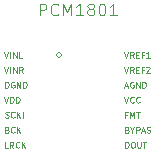
<source format=gbr>
%TF.GenerationSoftware,KiCad,Pcbnew,7.0.6*%
%TF.CreationDate,2023-09-01T18:36:08-07:00*%
%TF.ProjectId,Guitar_waveform_proj,47756974-6172-45f7-9761-7665666f726d,rev?*%
%TF.SameCoordinates,Original*%
%TF.FileFunction,Legend,Top*%
%TF.FilePolarity,Positive*%
%FSLAX46Y46*%
G04 Gerber Fmt 4.6, Leading zero omitted, Abs format (unit mm)*
G04 Created by KiCad (PCBNEW 7.0.6) date 2023-09-01 18:36:08*
%MOMM*%
%LPD*%
G01*
G04 APERTURE LIST*
%ADD10C,0.125000*%
%ADD11C,0.100000*%
G04 APERTURE END LIST*
D10*
X153871283Y-92934809D02*
X153871283Y-92434809D01*
X153871283Y-92434809D02*
X153990331Y-92434809D01*
X153990331Y-92434809D02*
X154061759Y-92458619D01*
X154061759Y-92458619D02*
X154109378Y-92506238D01*
X154109378Y-92506238D02*
X154133188Y-92553857D01*
X154133188Y-92553857D02*
X154156997Y-92649095D01*
X154156997Y-92649095D02*
X154156997Y-92720523D01*
X154156997Y-92720523D02*
X154133188Y-92815761D01*
X154133188Y-92815761D02*
X154109378Y-92863380D01*
X154109378Y-92863380D02*
X154061759Y-92911000D01*
X154061759Y-92911000D02*
X153990331Y-92934809D01*
X153990331Y-92934809D02*
X153871283Y-92934809D01*
X154466521Y-92434809D02*
X154561759Y-92434809D01*
X154561759Y-92434809D02*
X154609378Y-92458619D01*
X154609378Y-92458619D02*
X154656997Y-92506238D01*
X154656997Y-92506238D02*
X154680807Y-92601476D01*
X154680807Y-92601476D02*
X154680807Y-92768142D01*
X154680807Y-92768142D02*
X154656997Y-92863380D01*
X154656997Y-92863380D02*
X154609378Y-92911000D01*
X154609378Y-92911000D02*
X154561759Y-92934809D01*
X154561759Y-92934809D02*
X154466521Y-92934809D01*
X154466521Y-92934809D02*
X154418902Y-92911000D01*
X154418902Y-92911000D02*
X154371283Y-92863380D01*
X154371283Y-92863380D02*
X154347474Y-92768142D01*
X154347474Y-92768142D02*
X154347474Y-92601476D01*
X154347474Y-92601476D02*
X154371283Y-92506238D01*
X154371283Y-92506238D02*
X154418902Y-92458619D01*
X154418902Y-92458619D02*
X154466521Y-92434809D01*
X154895093Y-92434809D02*
X154895093Y-92839571D01*
X154895093Y-92839571D02*
X154918903Y-92887190D01*
X154918903Y-92887190D02*
X154942712Y-92911000D01*
X154942712Y-92911000D02*
X154990331Y-92934809D01*
X154990331Y-92934809D02*
X155085569Y-92934809D01*
X155085569Y-92934809D02*
X155133188Y-92911000D01*
X155133188Y-92911000D02*
X155156998Y-92887190D01*
X155156998Y-92887190D02*
X155180807Y-92839571D01*
X155180807Y-92839571D02*
X155180807Y-92434809D01*
X155347475Y-92434809D02*
X155633189Y-92434809D01*
X155490332Y-92934809D02*
X155490332Y-92434809D01*
X154037950Y-91402904D02*
X154109378Y-91426714D01*
X154109378Y-91426714D02*
X154133188Y-91450523D01*
X154133188Y-91450523D02*
X154156997Y-91498142D01*
X154156997Y-91498142D02*
X154156997Y-91569571D01*
X154156997Y-91569571D02*
X154133188Y-91617190D01*
X154133188Y-91617190D02*
X154109378Y-91641000D01*
X154109378Y-91641000D02*
X154061759Y-91664809D01*
X154061759Y-91664809D02*
X153871283Y-91664809D01*
X153871283Y-91664809D02*
X153871283Y-91164809D01*
X153871283Y-91164809D02*
X154037950Y-91164809D01*
X154037950Y-91164809D02*
X154085569Y-91188619D01*
X154085569Y-91188619D02*
X154109378Y-91212428D01*
X154109378Y-91212428D02*
X154133188Y-91260047D01*
X154133188Y-91260047D02*
X154133188Y-91307666D01*
X154133188Y-91307666D02*
X154109378Y-91355285D01*
X154109378Y-91355285D02*
X154085569Y-91379095D01*
X154085569Y-91379095D02*
X154037950Y-91402904D01*
X154037950Y-91402904D02*
X153871283Y-91402904D01*
X154466521Y-91426714D02*
X154466521Y-91664809D01*
X154299855Y-91164809D02*
X154466521Y-91426714D01*
X154466521Y-91426714D02*
X154633188Y-91164809D01*
X154799854Y-91664809D02*
X154799854Y-91164809D01*
X154799854Y-91164809D02*
X154990330Y-91164809D01*
X154990330Y-91164809D02*
X155037949Y-91188619D01*
X155037949Y-91188619D02*
X155061759Y-91212428D01*
X155061759Y-91212428D02*
X155085568Y-91260047D01*
X155085568Y-91260047D02*
X155085568Y-91331476D01*
X155085568Y-91331476D02*
X155061759Y-91379095D01*
X155061759Y-91379095D02*
X155037949Y-91402904D01*
X155037949Y-91402904D02*
X154990330Y-91426714D01*
X154990330Y-91426714D02*
X154799854Y-91426714D01*
X155276045Y-91521952D02*
X155514140Y-91521952D01*
X155228426Y-91664809D02*
X155395092Y-91164809D01*
X155395092Y-91164809D02*
X155561759Y-91664809D01*
X155704616Y-91641000D02*
X155776044Y-91664809D01*
X155776044Y-91664809D02*
X155895092Y-91664809D01*
X155895092Y-91664809D02*
X155942711Y-91641000D01*
X155942711Y-91641000D02*
X155966520Y-91617190D01*
X155966520Y-91617190D02*
X155990330Y-91569571D01*
X155990330Y-91569571D02*
X155990330Y-91521952D01*
X155990330Y-91521952D02*
X155966520Y-91474333D01*
X155966520Y-91474333D02*
X155942711Y-91450523D01*
X155942711Y-91450523D02*
X155895092Y-91426714D01*
X155895092Y-91426714D02*
X155799854Y-91402904D01*
X155799854Y-91402904D02*
X155752235Y-91379095D01*
X155752235Y-91379095D02*
X155728425Y-91355285D01*
X155728425Y-91355285D02*
X155704616Y-91307666D01*
X155704616Y-91307666D02*
X155704616Y-91260047D01*
X155704616Y-91260047D02*
X155728425Y-91212428D01*
X155728425Y-91212428D02*
X155752235Y-91188619D01*
X155752235Y-91188619D02*
X155799854Y-91164809D01*
X155799854Y-91164809D02*
X155918901Y-91164809D01*
X155918901Y-91164809D02*
X155990330Y-91188619D01*
X154037950Y-90132904D02*
X153871283Y-90132904D01*
X153871283Y-90394809D02*
X153871283Y-89894809D01*
X153871283Y-89894809D02*
X154109378Y-89894809D01*
X154299854Y-90394809D02*
X154299854Y-89894809D01*
X154299854Y-89894809D02*
X154466521Y-90251952D01*
X154466521Y-90251952D02*
X154633187Y-89894809D01*
X154633187Y-89894809D02*
X154633187Y-90394809D01*
X154799855Y-89894809D02*
X155085569Y-89894809D01*
X154942712Y-90394809D02*
X154942712Y-89894809D01*
X153799855Y-88624809D02*
X153966521Y-89124809D01*
X153966521Y-89124809D02*
X154133188Y-88624809D01*
X154585568Y-89077190D02*
X154561759Y-89101000D01*
X154561759Y-89101000D02*
X154490330Y-89124809D01*
X154490330Y-89124809D02*
X154442711Y-89124809D01*
X154442711Y-89124809D02*
X154371283Y-89101000D01*
X154371283Y-89101000D02*
X154323664Y-89053380D01*
X154323664Y-89053380D02*
X154299854Y-89005761D01*
X154299854Y-89005761D02*
X154276045Y-88910523D01*
X154276045Y-88910523D02*
X154276045Y-88839095D01*
X154276045Y-88839095D02*
X154299854Y-88743857D01*
X154299854Y-88743857D02*
X154323664Y-88696238D01*
X154323664Y-88696238D02*
X154371283Y-88648619D01*
X154371283Y-88648619D02*
X154442711Y-88624809D01*
X154442711Y-88624809D02*
X154490330Y-88624809D01*
X154490330Y-88624809D02*
X154561759Y-88648619D01*
X154561759Y-88648619D02*
X154585568Y-88672428D01*
X155085568Y-89077190D02*
X155061759Y-89101000D01*
X155061759Y-89101000D02*
X154990330Y-89124809D01*
X154990330Y-89124809D02*
X154942711Y-89124809D01*
X154942711Y-89124809D02*
X154871283Y-89101000D01*
X154871283Y-89101000D02*
X154823664Y-89053380D01*
X154823664Y-89053380D02*
X154799854Y-89005761D01*
X154799854Y-89005761D02*
X154776045Y-88910523D01*
X154776045Y-88910523D02*
X154776045Y-88839095D01*
X154776045Y-88839095D02*
X154799854Y-88743857D01*
X154799854Y-88743857D02*
X154823664Y-88696238D01*
X154823664Y-88696238D02*
X154871283Y-88648619D01*
X154871283Y-88648619D02*
X154942711Y-88624809D01*
X154942711Y-88624809D02*
X154990330Y-88624809D01*
X154990330Y-88624809D02*
X155061759Y-88648619D01*
X155061759Y-88648619D02*
X155085568Y-88672428D01*
X153847474Y-87711952D02*
X154085569Y-87711952D01*
X153799855Y-87854809D02*
X153966521Y-87354809D01*
X153966521Y-87354809D02*
X154133188Y-87854809D01*
X154561759Y-87378619D02*
X154514140Y-87354809D01*
X154514140Y-87354809D02*
X154442711Y-87354809D01*
X154442711Y-87354809D02*
X154371283Y-87378619D01*
X154371283Y-87378619D02*
X154323664Y-87426238D01*
X154323664Y-87426238D02*
X154299854Y-87473857D01*
X154299854Y-87473857D02*
X154276045Y-87569095D01*
X154276045Y-87569095D02*
X154276045Y-87640523D01*
X154276045Y-87640523D02*
X154299854Y-87735761D01*
X154299854Y-87735761D02*
X154323664Y-87783380D01*
X154323664Y-87783380D02*
X154371283Y-87831000D01*
X154371283Y-87831000D02*
X154442711Y-87854809D01*
X154442711Y-87854809D02*
X154490330Y-87854809D01*
X154490330Y-87854809D02*
X154561759Y-87831000D01*
X154561759Y-87831000D02*
X154585568Y-87807190D01*
X154585568Y-87807190D02*
X154585568Y-87640523D01*
X154585568Y-87640523D02*
X154490330Y-87640523D01*
X154799854Y-87854809D02*
X154799854Y-87354809D01*
X154799854Y-87354809D02*
X155085568Y-87854809D01*
X155085568Y-87854809D02*
X155085568Y-87354809D01*
X155323664Y-87854809D02*
X155323664Y-87354809D01*
X155323664Y-87354809D02*
X155442712Y-87354809D01*
X155442712Y-87354809D02*
X155514140Y-87378619D01*
X155514140Y-87378619D02*
X155561759Y-87426238D01*
X155561759Y-87426238D02*
X155585569Y-87473857D01*
X155585569Y-87473857D02*
X155609378Y-87569095D01*
X155609378Y-87569095D02*
X155609378Y-87640523D01*
X155609378Y-87640523D02*
X155585569Y-87735761D01*
X155585569Y-87735761D02*
X155561759Y-87783380D01*
X155561759Y-87783380D02*
X155514140Y-87831000D01*
X155514140Y-87831000D02*
X155442712Y-87854809D01*
X155442712Y-87854809D02*
X155323664Y-87854809D01*
X153799855Y-86084809D02*
X153966521Y-86584809D01*
X153966521Y-86584809D02*
X154133188Y-86084809D01*
X154585568Y-86584809D02*
X154418902Y-86346714D01*
X154299854Y-86584809D02*
X154299854Y-86084809D01*
X154299854Y-86084809D02*
X154490330Y-86084809D01*
X154490330Y-86084809D02*
X154537949Y-86108619D01*
X154537949Y-86108619D02*
X154561759Y-86132428D01*
X154561759Y-86132428D02*
X154585568Y-86180047D01*
X154585568Y-86180047D02*
X154585568Y-86251476D01*
X154585568Y-86251476D02*
X154561759Y-86299095D01*
X154561759Y-86299095D02*
X154537949Y-86322904D01*
X154537949Y-86322904D02*
X154490330Y-86346714D01*
X154490330Y-86346714D02*
X154299854Y-86346714D01*
X154799854Y-86322904D02*
X154966521Y-86322904D01*
X155037949Y-86584809D02*
X154799854Y-86584809D01*
X154799854Y-86584809D02*
X154799854Y-86084809D01*
X154799854Y-86084809D02*
X155037949Y-86084809D01*
X155418902Y-86322904D02*
X155252235Y-86322904D01*
X155252235Y-86584809D02*
X155252235Y-86084809D01*
X155252235Y-86084809D02*
X155490330Y-86084809D01*
X155656997Y-86132428D02*
X155680806Y-86108619D01*
X155680806Y-86108619D02*
X155728425Y-86084809D01*
X155728425Y-86084809D02*
X155847473Y-86084809D01*
X155847473Y-86084809D02*
X155895092Y-86108619D01*
X155895092Y-86108619D02*
X155918901Y-86132428D01*
X155918901Y-86132428D02*
X155942711Y-86180047D01*
X155942711Y-86180047D02*
X155942711Y-86227666D01*
X155942711Y-86227666D02*
X155918901Y-86299095D01*
X155918901Y-86299095D02*
X155633187Y-86584809D01*
X155633187Y-86584809D02*
X155942711Y-86584809D01*
X153799855Y-84814809D02*
X153966521Y-85314809D01*
X153966521Y-85314809D02*
X154133188Y-84814809D01*
X154585568Y-85314809D02*
X154418902Y-85076714D01*
X154299854Y-85314809D02*
X154299854Y-84814809D01*
X154299854Y-84814809D02*
X154490330Y-84814809D01*
X154490330Y-84814809D02*
X154537949Y-84838619D01*
X154537949Y-84838619D02*
X154561759Y-84862428D01*
X154561759Y-84862428D02*
X154585568Y-84910047D01*
X154585568Y-84910047D02*
X154585568Y-84981476D01*
X154585568Y-84981476D02*
X154561759Y-85029095D01*
X154561759Y-85029095D02*
X154537949Y-85052904D01*
X154537949Y-85052904D02*
X154490330Y-85076714D01*
X154490330Y-85076714D02*
X154299854Y-85076714D01*
X154799854Y-85052904D02*
X154966521Y-85052904D01*
X155037949Y-85314809D02*
X154799854Y-85314809D01*
X154799854Y-85314809D02*
X154799854Y-84814809D01*
X154799854Y-84814809D02*
X155037949Y-84814809D01*
X155418902Y-85052904D02*
X155252235Y-85052904D01*
X155252235Y-85314809D02*
X155252235Y-84814809D01*
X155252235Y-84814809D02*
X155490330Y-84814809D01*
X155942711Y-85314809D02*
X155656997Y-85314809D01*
X155799854Y-85314809D02*
X155799854Y-84814809D01*
X155799854Y-84814809D02*
X155752235Y-84886238D01*
X155752235Y-84886238D02*
X155704616Y-84933857D01*
X155704616Y-84933857D02*
X155656997Y-84957666D01*
X143949378Y-92934809D02*
X143711283Y-92934809D01*
X143711283Y-92934809D02*
X143711283Y-92434809D01*
X144401759Y-92934809D02*
X144235093Y-92696714D01*
X144116045Y-92934809D02*
X144116045Y-92434809D01*
X144116045Y-92434809D02*
X144306521Y-92434809D01*
X144306521Y-92434809D02*
X144354140Y-92458619D01*
X144354140Y-92458619D02*
X144377950Y-92482428D01*
X144377950Y-92482428D02*
X144401759Y-92530047D01*
X144401759Y-92530047D02*
X144401759Y-92601476D01*
X144401759Y-92601476D02*
X144377950Y-92649095D01*
X144377950Y-92649095D02*
X144354140Y-92672904D01*
X144354140Y-92672904D02*
X144306521Y-92696714D01*
X144306521Y-92696714D02*
X144116045Y-92696714D01*
X144901759Y-92887190D02*
X144877950Y-92911000D01*
X144877950Y-92911000D02*
X144806521Y-92934809D01*
X144806521Y-92934809D02*
X144758902Y-92934809D01*
X144758902Y-92934809D02*
X144687474Y-92911000D01*
X144687474Y-92911000D02*
X144639855Y-92863380D01*
X144639855Y-92863380D02*
X144616045Y-92815761D01*
X144616045Y-92815761D02*
X144592236Y-92720523D01*
X144592236Y-92720523D02*
X144592236Y-92649095D01*
X144592236Y-92649095D02*
X144616045Y-92553857D01*
X144616045Y-92553857D02*
X144639855Y-92506238D01*
X144639855Y-92506238D02*
X144687474Y-92458619D01*
X144687474Y-92458619D02*
X144758902Y-92434809D01*
X144758902Y-92434809D02*
X144806521Y-92434809D01*
X144806521Y-92434809D02*
X144877950Y-92458619D01*
X144877950Y-92458619D02*
X144901759Y-92482428D01*
X145116045Y-92934809D02*
X145116045Y-92434809D01*
X145401759Y-92934809D02*
X145187474Y-92649095D01*
X145401759Y-92434809D02*
X145116045Y-92720523D01*
X143877950Y-91402904D02*
X143949378Y-91426714D01*
X143949378Y-91426714D02*
X143973188Y-91450523D01*
X143973188Y-91450523D02*
X143996997Y-91498142D01*
X143996997Y-91498142D02*
X143996997Y-91569571D01*
X143996997Y-91569571D02*
X143973188Y-91617190D01*
X143973188Y-91617190D02*
X143949378Y-91641000D01*
X143949378Y-91641000D02*
X143901759Y-91664809D01*
X143901759Y-91664809D02*
X143711283Y-91664809D01*
X143711283Y-91664809D02*
X143711283Y-91164809D01*
X143711283Y-91164809D02*
X143877950Y-91164809D01*
X143877950Y-91164809D02*
X143925569Y-91188619D01*
X143925569Y-91188619D02*
X143949378Y-91212428D01*
X143949378Y-91212428D02*
X143973188Y-91260047D01*
X143973188Y-91260047D02*
X143973188Y-91307666D01*
X143973188Y-91307666D02*
X143949378Y-91355285D01*
X143949378Y-91355285D02*
X143925569Y-91379095D01*
X143925569Y-91379095D02*
X143877950Y-91402904D01*
X143877950Y-91402904D02*
X143711283Y-91402904D01*
X144496997Y-91617190D02*
X144473188Y-91641000D01*
X144473188Y-91641000D02*
X144401759Y-91664809D01*
X144401759Y-91664809D02*
X144354140Y-91664809D01*
X144354140Y-91664809D02*
X144282712Y-91641000D01*
X144282712Y-91641000D02*
X144235093Y-91593380D01*
X144235093Y-91593380D02*
X144211283Y-91545761D01*
X144211283Y-91545761D02*
X144187474Y-91450523D01*
X144187474Y-91450523D02*
X144187474Y-91379095D01*
X144187474Y-91379095D02*
X144211283Y-91283857D01*
X144211283Y-91283857D02*
X144235093Y-91236238D01*
X144235093Y-91236238D02*
X144282712Y-91188619D01*
X144282712Y-91188619D02*
X144354140Y-91164809D01*
X144354140Y-91164809D02*
X144401759Y-91164809D01*
X144401759Y-91164809D02*
X144473188Y-91188619D01*
X144473188Y-91188619D02*
X144496997Y-91212428D01*
X144711283Y-91664809D02*
X144711283Y-91164809D01*
X144996997Y-91664809D02*
X144782712Y-91379095D01*
X144996997Y-91164809D02*
X144711283Y-91450523D01*
X143710853Y-90364497D02*
X143782281Y-90388306D01*
X143782281Y-90388306D02*
X143901329Y-90388306D01*
X143901329Y-90388306D02*
X143948948Y-90364497D01*
X143948948Y-90364497D02*
X143972757Y-90340687D01*
X143972757Y-90340687D02*
X143996567Y-90293068D01*
X143996567Y-90293068D02*
X143996567Y-90245449D01*
X143996567Y-90245449D02*
X143972757Y-90197830D01*
X143972757Y-90197830D02*
X143948948Y-90174020D01*
X143948948Y-90174020D02*
X143901329Y-90150211D01*
X143901329Y-90150211D02*
X143806091Y-90126401D01*
X143806091Y-90126401D02*
X143758472Y-90102592D01*
X143758472Y-90102592D02*
X143734662Y-90078782D01*
X143734662Y-90078782D02*
X143710853Y-90031163D01*
X143710853Y-90031163D02*
X143710853Y-89983544D01*
X143710853Y-89983544D02*
X143734662Y-89935925D01*
X143734662Y-89935925D02*
X143758472Y-89912116D01*
X143758472Y-89912116D02*
X143806091Y-89888306D01*
X143806091Y-89888306D02*
X143925138Y-89888306D01*
X143925138Y-89888306D02*
X143996567Y-89912116D01*
X144496566Y-90340687D02*
X144472757Y-90364497D01*
X144472757Y-90364497D02*
X144401328Y-90388306D01*
X144401328Y-90388306D02*
X144353709Y-90388306D01*
X144353709Y-90388306D02*
X144282281Y-90364497D01*
X144282281Y-90364497D02*
X144234662Y-90316877D01*
X144234662Y-90316877D02*
X144210852Y-90269258D01*
X144210852Y-90269258D02*
X144187043Y-90174020D01*
X144187043Y-90174020D02*
X144187043Y-90102592D01*
X144187043Y-90102592D02*
X144210852Y-90007354D01*
X144210852Y-90007354D02*
X144234662Y-89959735D01*
X144234662Y-89959735D02*
X144282281Y-89912116D01*
X144282281Y-89912116D02*
X144353709Y-89888306D01*
X144353709Y-89888306D02*
X144401328Y-89888306D01*
X144401328Y-89888306D02*
X144472757Y-89912116D01*
X144472757Y-89912116D02*
X144496566Y-89935925D01*
X144710852Y-90388306D02*
X144710852Y-89888306D01*
X144996566Y-90388306D02*
X144782281Y-90102592D01*
X144996566Y-89888306D02*
X144710852Y-90174020D01*
X145210852Y-90388306D02*
X145210852Y-89888306D01*
X143639855Y-88624809D02*
X143806521Y-89124809D01*
X143806521Y-89124809D02*
X143973188Y-88624809D01*
X144139854Y-89124809D02*
X144139854Y-88624809D01*
X144139854Y-88624809D02*
X144258902Y-88624809D01*
X144258902Y-88624809D02*
X144330330Y-88648619D01*
X144330330Y-88648619D02*
X144377949Y-88696238D01*
X144377949Y-88696238D02*
X144401759Y-88743857D01*
X144401759Y-88743857D02*
X144425568Y-88839095D01*
X144425568Y-88839095D02*
X144425568Y-88910523D01*
X144425568Y-88910523D02*
X144401759Y-89005761D01*
X144401759Y-89005761D02*
X144377949Y-89053380D01*
X144377949Y-89053380D02*
X144330330Y-89101000D01*
X144330330Y-89101000D02*
X144258902Y-89124809D01*
X144258902Y-89124809D02*
X144139854Y-89124809D01*
X144639854Y-89124809D02*
X144639854Y-88624809D01*
X144639854Y-88624809D02*
X144758902Y-88624809D01*
X144758902Y-88624809D02*
X144830330Y-88648619D01*
X144830330Y-88648619D02*
X144877949Y-88696238D01*
X144877949Y-88696238D02*
X144901759Y-88743857D01*
X144901759Y-88743857D02*
X144925568Y-88839095D01*
X144925568Y-88839095D02*
X144925568Y-88910523D01*
X144925568Y-88910523D02*
X144901759Y-89005761D01*
X144901759Y-89005761D02*
X144877949Y-89053380D01*
X144877949Y-89053380D02*
X144830330Y-89101000D01*
X144830330Y-89101000D02*
X144758902Y-89124809D01*
X144758902Y-89124809D02*
X144639854Y-89124809D01*
X143711283Y-87854809D02*
X143711283Y-87354809D01*
X143711283Y-87354809D02*
X143830331Y-87354809D01*
X143830331Y-87354809D02*
X143901759Y-87378619D01*
X143901759Y-87378619D02*
X143949378Y-87426238D01*
X143949378Y-87426238D02*
X143973188Y-87473857D01*
X143973188Y-87473857D02*
X143996997Y-87569095D01*
X143996997Y-87569095D02*
X143996997Y-87640523D01*
X143996997Y-87640523D02*
X143973188Y-87735761D01*
X143973188Y-87735761D02*
X143949378Y-87783380D01*
X143949378Y-87783380D02*
X143901759Y-87831000D01*
X143901759Y-87831000D02*
X143830331Y-87854809D01*
X143830331Y-87854809D02*
X143711283Y-87854809D01*
X144473188Y-87378619D02*
X144425569Y-87354809D01*
X144425569Y-87354809D02*
X144354140Y-87354809D01*
X144354140Y-87354809D02*
X144282712Y-87378619D01*
X144282712Y-87378619D02*
X144235093Y-87426238D01*
X144235093Y-87426238D02*
X144211283Y-87473857D01*
X144211283Y-87473857D02*
X144187474Y-87569095D01*
X144187474Y-87569095D02*
X144187474Y-87640523D01*
X144187474Y-87640523D02*
X144211283Y-87735761D01*
X144211283Y-87735761D02*
X144235093Y-87783380D01*
X144235093Y-87783380D02*
X144282712Y-87831000D01*
X144282712Y-87831000D02*
X144354140Y-87854809D01*
X144354140Y-87854809D02*
X144401759Y-87854809D01*
X144401759Y-87854809D02*
X144473188Y-87831000D01*
X144473188Y-87831000D02*
X144496997Y-87807190D01*
X144496997Y-87807190D02*
X144496997Y-87640523D01*
X144496997Y-87640523D02*
X144401759Y-87640523D01*
X144711283Y-87854809D02*
X144711283Y-87354809D01*
X144711283Y-87354809D02*
X144996997Y-87854809D01*
X144996997Y-87854809D02*
X144996997Y-87354809D01*
X145235093Y-87854809D02*
X145235093Y-87354809D01*
X145235093Y-87354809D02*
X145354141Y-87354809D01*
X145354141Y-87354809D02*
X145425569Y-87378619D01*
X145425569Y-87378619D02*
X145473188Y-87426238D01*
X145473188Y-87426238D02*
X145496998Y-87473857D01*
X145496998Y-87473857D02*
X145520807Y-87569095D01*
X145520807Y-87569095D02*
X145520807Y-87640523D01*
X145520807Y-87640523D02*
X145496998Y-87735761D01*
X145496998Y-87735761D02*
X145473188Y-87783380D01*
X145473188Y-87783380D02*
X145425569Y-87831000D01*
X145425569Y-87831000D02*
X145354141Y-87854809D01*
X145354141Y-87854809D02*
X145235093Y-87854809D01*
X143639855Y-86084809D02*
X143806521Y-86584809D01*
X143806521Y-86584809D02*
X143973188Y-86084809D01*
X144139854Y-86584809D02*
X144139854Y-86084809D01*
X144377949Y-86584809D02*
X144377949Y-86084809D01*
X144377949Y-86084809D02*
X144663663Y-86584809D01*
X144663663Y-86584809D02*
X144663663Y-86084809D01*
X145187473Y-86584809D02*
X145020807Y-86346714D01*
X144901759Y-86584809D02*
X144901759Y-86084809D01*
X144901759Y-86084809D02*
X145092235Y-86084809D01*
X145092235Y-86084809D02*
X145139854Y-86108619D01*
X145139854Y-86108619D02*
X145163664Y-86132428D01*
X145163664Y-86132428D02*
X145187473Y-86180047D01*
X145187473Y-86180047D02*
X145187473Y-86251476D01*
X145187473Y-86251476D02*
X145163664Y-86299095D01*
X145163664Y-86299095D02*
X145139854Y-86322904D01*
X145139854Y-86322904D02*
X145092235Y-86346714D01*
X145092235Y-86346714D02*
X144901759Y-86346714D01*
X143639855Y-84814809D02*
X143806521Y-85314809D01*
X143806521Y-85314809D02*
X143973188Y-84814809D01*
X144139854Y-85314809D02*
X144139854Y-84814809D01*
X144377949Y-85314809D02*
X144377949Y-84814809D01*
X144377949Y-84814809D02*
X144663663Y-85314809D01*
X144663663Y-85314809D02*
X144663663Y-84814809D01*
X145139854Y-85314809D02*
X144901759Y-85314809D01*
X144901759Y-85314809D02*
X144901759Y-84814809D01*
D11*
X146621905Y-81737419D02*
X146621905Y-80737419D01*
X146621905Y-80737419D02*
X147002857Y-80737419D01*
X147002857Y-80737419D02*
X147098095Y-80785038D01*
X147098095Y-80785038D02*
X147145714Y-80832657D01*
X147145714Y-80832657D02*
X147193333Y-80927895D01*
X147193333Y-80927895D02*
X147193333Y-81070752D01*
X147193333Y-81070752D02*
X147145714Y-81165990D01*
X147145714Y-81165990D02*
X147098095Y-81213609D01*
X147098095Y-81213609D02*
X147002857Y-81261228D01*
X147002857Y-81261228D02*
X146621905Y-81261228D01*
X148193333Y-81642180D02*
X148145714Y-81689800D01*
X148145714Y-81689800D02*
X148002857Y-81737419D01*
X148002857Y-81737419D02*
X147907619Y-81737419D01*
X147907619Y-81737419D02*
X147764762Y-81689800D01*
X147764762Y-81689800D02*
X147669524Y-81594561D01*
X147669524Y-81594561D02*
X147621905Y-81499323D01*
X147621905Y-81499323D02*
X147574286Y-81308847D01*
X147574286Y-81308847D02*
X147574286Y-81165990D01*
X147574286Y-81165990D02*
X147621905Y-80975514D01*
X147621905Y-80975514D02*
X147669524Y-80880276D01*
X147669524Y-80880276D02*
X147764762Y-80785038D01*
X147764762Y-80785038D02*
X147907619Y-80737419D01*
X147907619Y-80737419D02*
X148002857Y-80737419D01*
X148002857Y-80737419D02*
X148145714Y-80785038D01*
X148145714Y-80785038D02*
X148193333Y-80832657D01*
X148621905Y-81737419D02*
X148621905Y-80737419D01*
X148621905Y-80737419D02*
X148955238Y-81451704D01*
X148955238Y-81451704D02*
X149288571Y-80737419D01*
X149288571Y-80737419D02*
X149288571Y-81737419D01*
X150288571Y-81737419D02*
X149717143Y-81737419D01*
X150002857Y-81737419D02*
X150002857Y-80737419D01*
X150002857Y-80737419D02*
X149907619Y-80880276D01*
X149907619Y-80880276D02*
X149812381Y-80975514D01*
X149812381Y-80975514D02*
X149717143Y-81023133D01*
X150860000Y-81165990D02*
X150764762Y-81118371D01*
X150764762Y-81118371D02*
X150717143Y-81070752D01*
X150717143Y-81070752D02*
X150669524Y-80975514D01*
X150669524Y-80975514D02*
X150669524Y-80927895D01*
X150669524Y-80927895D02*
X150717143Y-80832657D01*
X150717143Y-80832657D02*
X150764762Y-80785038D01*
X150764762Y-80785038D02*
X150860000Y-80737419D01*
X150860000Y-80737419D02*
X151050476Y-80737419D01*
X151050476Y-80737419D02*
X151145714Y-80785038D01*
X151145714Y-80785038D02*
X151193333Y-80832657D01*
X151193333Y-80832657D02*
X151240952Y-80927895D01*
X151240952Y-80927895D02*
X151240952Y-80975514D01*
X151240952Y-80975514D02*
X151193333Y-81070752D01*
X151193333Y-81070752D02*
X151145714Y-81118371D01*
X151145714Y-81118371D02*
X151050476Y-81165990D01*
X151050476Y-81165990D02*
X150860000Y-81165990D01*
X150860000Y-81165990D02*
X150764762Y-81213609D01*
X150764762Y-81213609D02*
X150717143Y-81261228D01*
X150717143Y-81261228D02*
X150669524Y-81356466D01*
X150669524Y-81356466D02*
X150669524Y-81546942D01*
X150669524Y-81546942D02*
X150717143Y-81642180D01*
X150717143Y-81642180D02*
X150764762Y-81689800D01*
X150764762Y-81689800D02*
X150860000Y-81737419D01*
X150860000Y-81737419D02*
X151050476Y-81737419D01*
X151050476Y-81737419D02*
X151145714Y-81689800D01*
X151145714Y-81689800D02*
X151193333Y-81642180D01*
X151193333Y-81642180D02*
X151240952Y-81546942D01*
X151240952Y-81546942D02*
X151240952Y-81356466D01*
X151240952Y-81356466D02*
X151193333Y-81261228D01*
X151193333Y-81261228D02*
X151145714Y-81213609D01*
X151145714Y-81213609D02*
X151050476Y-81165990D01*
X151860000Y-80737419D02*
X151955238Y-80737419D01*
X151955238Y-80737419D02*
X152050476Y-80785038D01*
X152050476Y-80785038D02*
X152098095Y-80832657D01*
X152098095Y-80832657D02*
X152145714Y-80927895D01*
X152145714Y-80927895D02*
X152193333Y-81118371D01*
X152193333Y-81118371D02*
X152193333Y-81356466D01*
X152193333Y-81356466D02*
X152145714Y-81546942D01*
X152145714Y-81546942D02*
X152098095Y-81642180D01*
X152098095Y-81642180D02*
X152050476Y-81689800D01*
X152050476Y-81689800D02*
X151955238Y-81737419D01*
X151955238Y-81737419D02*
X151860000Y-81737419D01*
X151860000Y-81737419D02*
X151764762Y-81689800D01*
X151764762Y-81689800D02*
X151717143Y-81642180D01*
X151717143Y-81642180D02*
X151669524Y-81546942D01*
X151669524Y-81546942D02*
X151621905Y-81356466D01*
X151621905Y-81356466D02*
X151621905Y-81118371D01*
X151621905Y-81118371D02*
X151669524Y-80927895D01*
X151669524Y-80927895D02*
X151717143Y-80832657D01*
X151717143Y-80832657D02*
X151764762Y-80785038D01*
X151764762Y-80785038D02*
X151860000Y-80737419D01*
X153145714Y-81737419D02*
X152574286Y-81737419D01*
X152860000Y-81737419D02*
X152860000Y-80737419D01*
X152860000Y-80737419D02*
X152764762Y-80880276D01*
X152764762Y-80880276D02*
X152669524Y-80975514D01*
X152669524Y-80975514D02*
X152574286Y-81023133D01*
%TO.C,PCM1801*%
X148470000Y-85090000D02*
G75*
G03*
X148470000Y-85090000I-200000J0D01*
G01*
%TD*%
M02*

</source>
